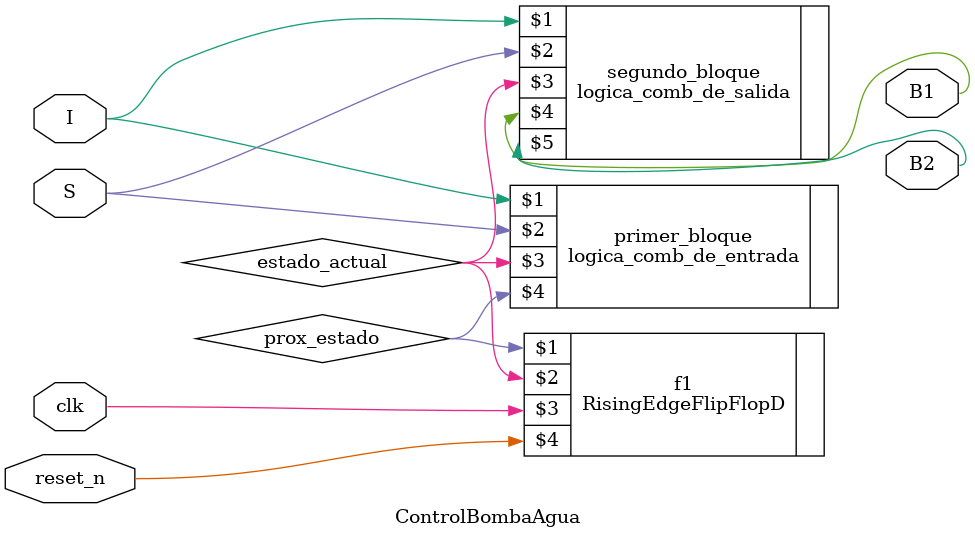
<source format=v>
module ControlBombaAgua(
    I,
    S,
    B1,
    B2,
    clk,
    reset_n
);
input clk; //Entrada de clock
input reset_n; //Entrada de reset
input I; //Sensor del nivel inferior de la bomba
input S; //Sensor del nivel superior de la bomba
output B1;
output B2;
wire estado_actual;
wire prox_estado;

logica_comb_de_entrada primer_bloque(I,S,estado_actual,prox_estado);
RisingEdgeFlipFlopD f1(prox_estado,estado_actual,clk,reset_n);
logica_comb_de_salida segundo_bloque(I,S,estado_actual,B1,B2);

endmodule // ControlBombaAgua
</source>
